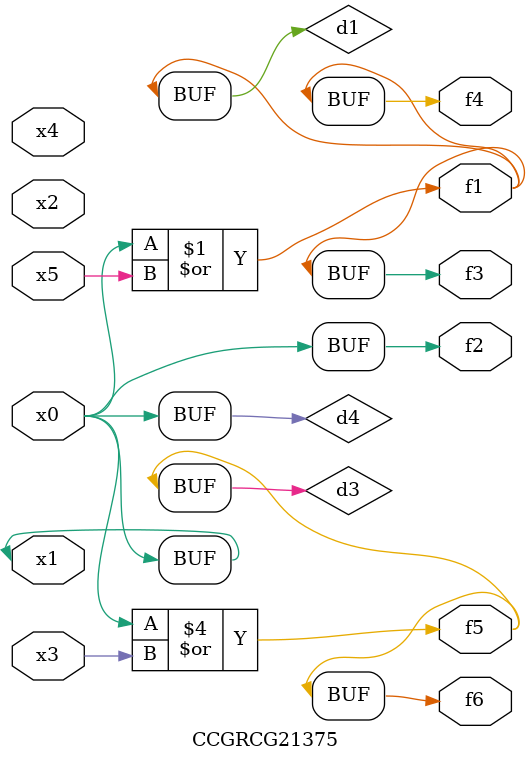
<source format=v>
module CCGRCG21375(
	input x0, x1, x2, x3, x4, x5,
	output f1, f2, f3, f4, f5, f6
);

	wire d1, d2, d3, d4;

	or (d1, x0, x5);
	xnor (d2, x1, x4);
	or (d3, x0, x3);
	buf (d4, x0, x1);
	assign f1 = d1;
	assign f2 = d4;
	assign f3 = d1;
	assign f4 = d1;
	assign f5 = d3;
	assign f6 = d3;
endmodule

</source>
